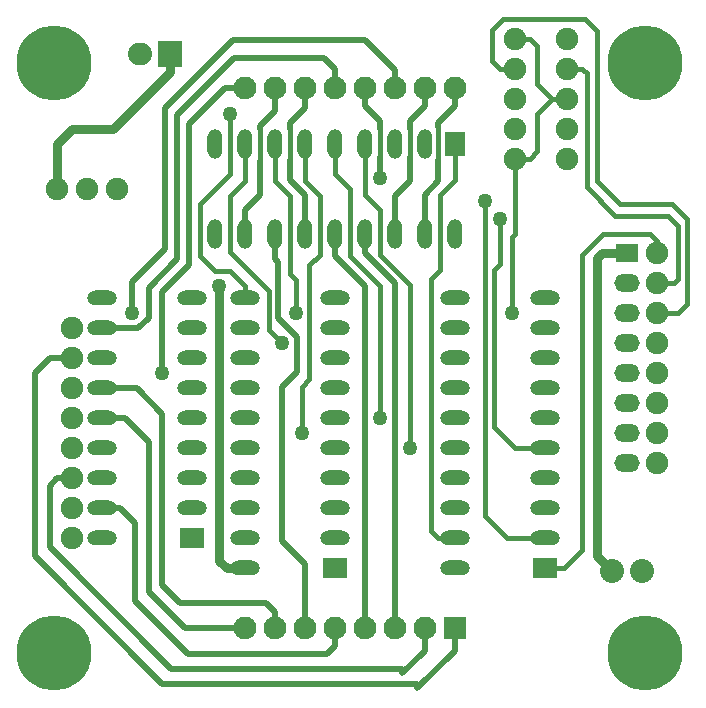
<source format=gtl>
G04 Layer_Physical_Order=1*
G04 Layer_Color=255*
%FSLAX25Y25*%
%MOIN*%
G70*
G01*
G75*
%ADD10C,0.02000*%
%ADD11C,0.03000*%
%ADD12C,0.01500*%
%ADD13C,0.07500*%
%ADD14C,0.08000*%
%ADD15O,0.10000X0.05000*%
%ADD16R,0.08000X0.07000*%
%ADD17R,0.07000X0.08000*%
%ADD18O,0.05000X0.10000*%
%ADD19R,0.07500X0.06000*%
%ADD20O,0.08500X0.06000*%
%ADD21R,0.07600X0.07600*%
%ADD22C,0.07600*%
%ADD23C,0.25000*%
%ADD24O,0.08000X0.07600*%
%ADD25R,0.08000X0.08500*%
%ADD26C,0.05000*%
D10*
X310000Y321000D02*
Y331500D01*
X343500Y412000D02*
X387500D01*
X321000Y389500D02*
X343500Y412000D01*
X321000Y342500D02*
Y389500D01*
X344000Y406000D02*
X374000D01*
X325000Y387000D02*
X344000Y406000D01*
X325000Y339000D02*
Y387000D01*
X310000Y331500D02*
X321000Y342500D01*
X315500Y329500D02*
X325000Y339000D01*
X315500Y319500D02*
Y329500D01*
X341000Y396000D02*
X347500D01*
X329000Y384000D02*
X341000Y396000D01*
X329000Y337000D02*
Y384000D01*
X320000Y328000D02*
X329000Y337000D01*
X320000Y301000D02*
Y328000D01*
X312000Y316000D02*
X315500Y319500D01*
X300000Y316000D02*
X312000D01*
X374000Y406000D02*
X377500Y402500D01*
X311500Y296000D02*
X320000Y287500D01*
X300000Y296000D02*
X311500D01*
X277500Y301000D02*
X282500Y306000D01*
X277500Y240000D02*
Y301000D01*
Y240000D02*
X320000Y197500D01*
X282500Y306000D02*
X290000D01*
X405000Y196000D02*
X417500Y208500D01*
X320000Y197500D02*
X405000D01*
X417500Y208500D02*
Y216000D01*
X282500Y263500D02*
X285000Y266000D01*
X282500Y243000D02*
Y263500D01*
Y243000D02*
X323000Y202500D01*
X285000Y266000D02*
X290000D01*
X323000Y202500D02*
X400000D01*
Y201000D02*
X407500Y208500D01*
Y216000D01*
X375000Y207500D02*
X377500Y210000D01*
X328500Y207500D02*
X375000D01*
X311000Y225000D02*
X328500Y207500D01*
X377500Y210000D02*
Y216000D01*
X326000Y224500D02*
X354500D01*
X320000Y230500D02*
X326000Y224500D01*
X320000Y230500D02*
Y287500D01*
X357500Y216000D02*
Y221500D01*
X354500Y224500D02*
X357500Y221500D01*
X311000Y225000D02*
Y251000D01*
X387500Y412000D02*
X397500Y402000D01*
Y396000D02*
Y402000D01*
X377500Y396000D02*
Y402500D01*
X306000Y256000D02*
X311000Y251000D01*
X327500Y216000D02*
X347500D01*
X315500Y228000D02*
X327500Y216000D01*
X315500Y228000D02*
Y278000D01*
X307500Y286000D02*
X315500Y278000D01*
X358500Y319500D02*
X365000Y313000D01*
Y301500D02*
Y313000D01*
X360000Y296500D02*
X365000Y301500D01*
X358500Y319500D02*
Y338000D01*
X357500Y339000D02*
X358500Y338000D01*
X360000Y245000D02*
Y296500D01*
Y245000D02*
X367500Y237500D01*
X352500Y382300D02*
Y383500D01*
Y360500D02*
Y371700D01*
X362500Y365500D02*
Y372000D01*
Y382500D02*
Y384500D01*
X402500Y365000D02*
Y373000D01*
Y382500D02*
Y385000D01*
X412000Y365000D02*
Y372000D01*
Y383000D02*
Y384500D01*
X392500Y382500D02*
Y385000D01*
Y366000D02*
Y373000D01*
X387500Y390000D02*
X392500Y385000D01*
X397500Y360000D02*
X402500Y365000D01*
X397500Y347500D02*
Y360000D01*
X300000Y286000D02*
X307500D01*
X300000Y256000D02*
X306000D01*
X377500Y340000D02*
Y347500D01*
Y340000D02*
X387500Y330000D01*
Y216000D02*
Y330000D01*
Y341000D02*
Y347500D01*
Y341000D02*
X397500Y331000D01*
X402500Y385000D02*
X407500Y390000D01*
Y396000D01*
X417500Y390000D02*
Y396000D01*
X412000Y384500D02*
X417500Y390000D01*
X407500Y360500D02*
X412000Y365000D01*
X407500Y347500D02*
Y360500D01*
X397500Y216000D02*
Y331000D01*
X357500Y339000D02*
Y347500D01*
X367500Y216000D02*
Y237500D01*
X387500Y390000D02*
Y396000D01*
X367500Y389500D02*
Y396000D01*
X362500Y384500D02*
X367500Y389500D01*
X362500Y365500D02*
X367500Y360500D01*
Y347500D02*
Y360500D01*
X357500Y388500D02*
Y396000D01*
X352500Y383500D02*
X357500Y388500D01*
X347500Y347500D02*
Y355500D01*
X352500Y360500D01*
D11*
X285000Y362500D02*
Y377500D01*
X290000Y382500D01*
X303500D01*
X322500Y401500D01*
Y407500D01*
X339000Y238500D02*
Y330000D01*
Y238500D02*
X341500Y236000D01*
X347500D01*
X465000Y240000D02*
X470000Y235000D01*
X465000Y240000D02*
Y339500D01*
X466500Y341000D01*
X475000D01*
D12*
X342500Y335000D02*
X347500Y330000D01*
X337500Y335000D02*
X342500D01*
X332500Y340000D02*
X337500Y335000D01*
X342500Y367500D02*
Y387500D01*
X332500Y357500D02*
X342500Y367500D01*
X332500Y340000D02*
Y357500D01*
X342500Y341500D02*
X355500Y328500D01*
X342500Y341500D02*
Y360000D01*
X355500Y315500D02*
Y328500D01*
X436500Y321000D02*
Y346500D01*
X430500Y283000D02*
X437500Y276000D01*
X369000Y337000D02*
X372500Y340500D01*
X369000Y299000D02*
Y337000D01*
X366500Y296500D02*
X369000Y299000D01*
X362500Y334000D02*
X364500Y332000D01*
X362500Y334000D02*
Y360000D01*
X364500Y321000D02*
Y332000D01*
X355500Y315500D02*
X360000Y311000D01*
X366500Y281000D02*
Y296500D01*
X352500Y371700D02*
Y382300D01*
X362500Y372000D02*
Y382500D01*
X402500Y373000D02*
Y382500D01*
X412000Y372000D02*
Y383000D01*
X392500Y373000D02*
Y382500D01*
Y340500D02*
Y355500D01*
X387500Y360500D02*
X392500Y355500D01*
X387500Y360500D02*
Y377500D01*
X372500Y340500D02*
Y360000D01*
X402500Y276000D02*
Y330500D01*
X347500Y365000D02*
Y377500D01*
X357500Y365000D02*
Y377500D01*
Y365000D02*
X362500Y360000D01*
X367500Y365000D02*
Y377500D01*
Y365000D02*
X372500Y360000D01*
X377500Y367500D02*
Y377500D01*
Y367500D02*
X382500Y362500D01*
Y340000D02*
Y362500D01*
Y340000D02*
X392500Y330000D01*
Y286000D02*
Y330000D01*
Y340500D02*
X402500Y330500D01*
X447500Y236000D02*
X454000D01*
X460000Y242000D01*
Y340500D01*
X467000Y347500D01*
X482500D01*
X485000Y345000D01*
Y341000D02*
Y345000D01*
Y331000D02*
X490500D01*
X492000Y332500D01*
Y350000D01*
X488500Y353500D02*
X492000Y350000D01*
X485000Y321000D02*
X492000D01*
X495000Y324000D01*
Y352500D01*
X490000Y357500D02*
X495000Y352500D01*
X417500Y365500D02*
Y377500D01*
X412500Y360500D02*
X417500Y365500D01*
X412000Y246000D02*
X417500D01*
X412500Y335500D02*
Y360500D01*
X435000Y246000D02*
X447500D01*
X409500Y332500D02*
X412500Y335500D01*
X409500Y248500D02*
X412000Y246000D01*
X409500Y248500D02*
Y332500D01*
X437500Y276000D02*
X447500D01*
X347500Y326000D02*
Y330000D01*
X342500Y360000D02*
X347500Y365000D01*
X465000D02*
X472500Y357500D01*
X490000D01*
X471000Y353500D02*
X488500D01*
X461500Y363000D02*
X471000Y353500D01*
X450000Y392500D02*
X455000D01*
X445000Y387500D02*
X450000Y392500D01*
X430500Y283000D02*
Y335500D01*
X432500Y337500D01*
X437500Y372500D02*
X442500D01*
X445000Y375000D01*
Y387500D01*
X427500Y253500D02*
X435000Y246000D01*
X427500Y253500D02*
Y358500D01*
X432500Y337500D02*
Y352500D01*
X445000Y397500D02*
X450000Y392500D01*
X445000Y397500D02*
Y410000D01*
X442500Y412500D02*
X445000Y410000D01*
X437500Y412500D02*
X442500D01*
X432500Y402500D02*
X437500D01*
X430000Y405000D02*
X432500Y402500D01*
X430000Y405000D02*
Y415500D01*
X433500Y419000D01*
X461000D01*
X465000Y415000D01*
Y365000D02*
Y415000D01*
X455000Y402500D02*
X460000D01*
X461500Y401000D01*
Y363000D02*
Y401000D01*
X436500Y346500D02*
X437500Y347500D01*
Y372500D01*
D13*
X305000Y362500D02*
D03*
X295000D02*
D03*
X285000D02*
D03*
X290000Y246000D02*
D03*
Y276000D02*
D03*
Y286000D02*
D03*
Y316000D02*
D03*
Y306000D02*
D03*
Y296000D02*
D03*
Y266000D02*
D03*
Y256000D02*
D03*
X485000Y271000D02*
D03*
Y281000D02*
D03*
Y291000D02*
D03*
Y301000D02*
D03*
Y311000D02*
D03*
Y321000D02*
D03*
Y331000D02*
D03*
Y341000D02*
D03*
X455000Y372500D02*
D03*
Y382500D02*
D03*
Y392500D02*
D03*
Y402500D02*
D03*
Y412500D02*
D03*
X437500D02*
D03*
Y402500D02*
D03*
Y392500D02*
D03*
Y382500D02*
D03*
Y372500D02*
D03*
D14*
X480000Y235000D02*
D03*
X470000D02*
D03*
D15*
X300000Y246000D02*
D03*
Y256000D02*
D03*
Y266000D02*
D03*
Y276000D02*
D03*
Y286000D02*
D03*
Y296000D02*
D03*
Y306000D02*
D03*
Y316000D02*
D03*
Y326000D02*
D03*
X330000D02*
D03*
Y316000D02*
D03*
Y306000D02*
D03*
Y296000D02*
D03*
Y286000D02*
D03*
Y276000D02*
D03*
Y266000D02*
D03*
Y256000D02*
D03*
X377500Y246000D02*
D03*
Y256000D02*
D03*
Y266000D02*
D03*
Y276000D02*
D03*
Y286000D02*
D03*
Y296000D02*
D03*
Y306000D02*
D03*
Y316000D02*
D03*
Y326000D02*
D03*
X347500D02*
D03*
Y316000D02*
D03*
Y306000D02*
D03*
Y296000D02*
D03*
Y286000D02*
D03*
Y276000D02*
D03*
Y266000D02*
D03*
Y256000D02*
D03*
Y246000D02*
D03*
Y236000D02*
D03*
X417500D02*
D03*
Y246000D02*
D03*
Y256000D02*
D03*
Y266000D02*
D03*
Y276000D02*
D03*
Y286000D02*
D03*
Y296000D02*
D03*
Y306000D02*
D03*
Y316000D02*
D03*
Y326000D02*
D03*
X447500D02*
D03*
Y316000D02*
D03*
Y306000D02*
D03*
Y296000D02*
D03*
Y286000D02*
D03*
Y276000D02*
D03*
Y266000D02*
D03*
Y256000D02*
D03*
Y246000D02*
D03*
D16*
X330000D02*
D03*
X377500Y236000D02*
D03*
X447500D02*
D03*
D17*
X417500Y377500D02*
D03*
D18*
X407500D02*
D03*
X397500D02*
D03*
X387500D02*
D03*
X377500D02*
D03*
X367500D02*
D03*
X357500D02*
D03*
X347500D02*
D03*
X337500D02*
D03*
Y347500D02*
D03*
X347500D02*
D03*
X357500D02*
D03*
X367500D02*
D03*
X377500D02*
D03*
X387500D02*
D03*
X397500D02*
D03*
X407500D02*
D03*
X417500D02*
D03*
D19*
X475000Y341000D02*
D03*
D20*
Y271000D02*
D03*
Y281000D02*
D03*
Y291000D02*
D03*
Y301000D02*
D03*
Y311000D02*
D03*
Y321000D02*
D03*
Y331000D02*
D03*
D21*
X417500Y216000D02*
D03*
D22*
X407500D02*
D03*
X397500D02*
D03*
X347500D02*
D03*
X357500D02*
D03*
X367500D02*
D03*
X377500D02*
D03*
X387500D02*
D03*
X347500Y396000D02*
D03*
X357500D02*
D03*
X367500D02*
D03*
X377500D02*
D03*
X387500D02*
D03*
X397500D02*
D03*
X407500D02*
D03*
X417500D02*
D03*
D23*
X284075Y404425D02*
D03*
X480925D02*
D03*
X284075Y207575D02*
D03*
X480925D02*
D03*
D24*
X312500Y407500D02*
D03*
D25*
X322500D02*
D03*
D26*
X310000Y321000D02*
D03*
X339000Y330000D02*
D03*
X342500Y387500D02*
D03*
X320000Y301000D02*
D03*
X436500Y321000D02*
D03*
X364500D02*
D03*
X366500Y281000D02*
D03*
X392500Y366000D02*
D03*
X402500Y276000D02*
D03*
X360000Y311000D02*
D03*
X392500Y286000D02*
D03*
X427500Y358500D02*
D03*
X432500Y352500D02*
D03*
M02*

</source>
